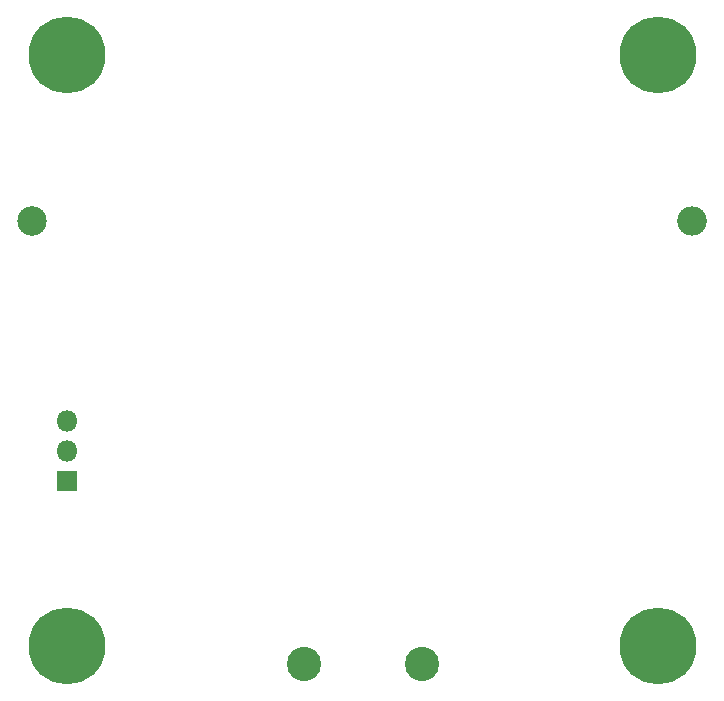
<source format=gbr>
%TF.GenerationSoftware,KiCad,Pcbnew,(5.1.6)-1*%
%TF.CreationDate,2022-02-05T23:25:30+08:00*%
%TF.ProjectId,brake_board,6272616b-655f-4626-9f61-72642e6b6963,rev?*%
%TF.SameCoordinates,Original*%
%TF.FileFunction,Soldermask,Bot*%
%TF.FilePolarity,Negative*%
%FSLAX46Y46*%
G04 Gerber Fmt 4.6, Leading zero omitted, Abs format (unit mm)*
G04 Created by KiCad (PCBNEW (5.1.6)-1) date 2022-02-05 23:25:30*
%MOMM*%
%LPD*%
G01*
G04 APERTURE LIST*
%ADD10C,2.900000*%
%ADD11C,2.500000*%
%ADD12O,2.500000X2.500000*%
%ADD13R,1.800000X1.800000*%
%ADD14O,1.800000X1.800000*%
%ADD15C,6.500000*%
%ADD16C,0.900000*%
G04 APERTURE END LIST*
D10*
%TO.C,POS1*%
X35000000Y3506000D03*
%TD*%
%TO.C,NEG1*%
X25000000Y3506000D03*
%TD*%
D11*
%TO.C,R6*%
X2000000Y41000000D03*
D12*
X57880000Y41000000D03*
%TD*%
D13*
%TO.C,J1*%
X5000000Y19000000D03*
D14*
X5000000Y21540000D03*
X5000000Y24080000D03*
%TD*%
D15*
%TO.C,H4*%
X5000000Y55000000D03*
D16*
X7400000Y55000000D03*
X6697056Y53302944D03*
X5000000Y52600000D03*
X3302944Y53302944D03*
X2600000Y55000000D03*
X3302944Y56697056D03*
X5000000Y57400000D03*
X6697056Y56697056D03*
%TD*%
D15*
%TO.C,H3*%
X55000000Y55000000D03*
D16*
X57400000Y55000000D03*
X56697056Y53302944D03*
X55000000Y52600000D03*
X53302944Y53302944D03*
X52600000Y55000000D03*
X53302944Y56697056D03*
X55000000Y57400000D03*
X56697056Y56697056D03*
%TD*%
D15*
%TO.C,H2*%
X5000000Y5000000D03*
D16*
X7400000Y5000000D03*
X6697056Y3302944D03*
X5000000Y2600000D03*
X3302944Y3302944D03*
X2600000Y5000000D03*
X3302944Y6697056D03*
X5000000Y7400000D03*
X6697056Y6697056D03*
%TD*%
D15*
%TO.C,H1*%
X55000000Y5000000D03*
D16*
X57400000Y5000000D03*
X56697056Y3302944D03*
X55000000Y2600000D03*
X53302944Y3302944D03*
X52600000Y5000000D03*
X53302944Y6697056D03*
X55000000Y7400000D03*
X56697056Y6697056D03*
%TD*%
M02*

</source>
